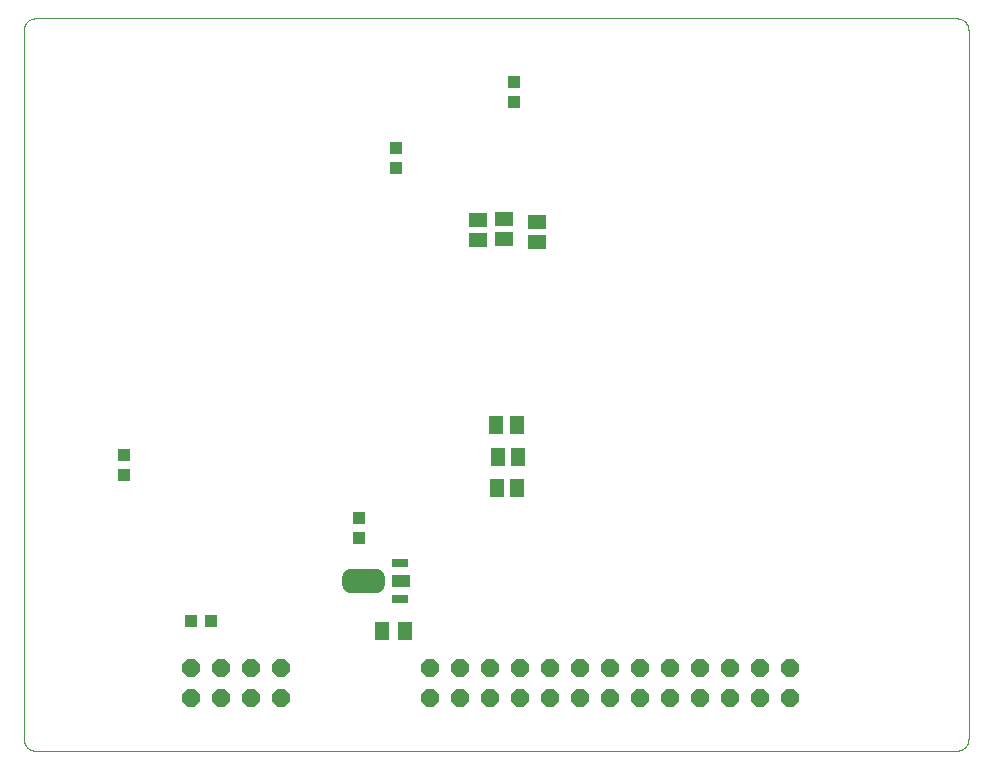
<source format=gbs>
G04 EAGLE Gerber RS-274X export*
G75*
%MOMM*%
%FSLAX34Y34*%
%LPD*%
%INSolder Mask bottom*%
%IPPOS*%
%AMOC8*
5,1,8,0,0,1.08239X$1,22.5*%
G01*
%ADD10C,0.000000*%
%ADD11R,1.000000X1.100000*%
%ADD12R,1.300000X1.500000*%
%ADD13P,1.649562X8X202.500000*%
%ADD14R,1.100000X1.000000*%
%ADD15R,1.400000X0.800000*%
%ADD16C,1.524000*%
%ADD17R,1.600000X1.000000*%
%ADD18R,1.500000X1.300000*%


D10*
X10000Y0D02*
X790000Y0D01*
X790242Y3D01*
X790483Y12D01*
X790724Y26D01*
X790965Y47D01*
X791205Y73D01*
X791445Y105D01*
X791684Y143D01*
X791921Y186D01*
X792158Y236D01*
X792393Y291D01*
X792627Y351D01*
X792859Y418D01*
X793090Y489D01*
X793319Y567D01*
X793546Y650D01*
X793771Y738D01*
X793994Y832D01*
X794214Y931D01*
X794432Y1036D01*
X794647Y1145D01*
X794860Y1260D01*
X795070Y1380D01*
X795276Y1505D01*
X795480Y1635D01*
X795681Y1770D01*
X795878Y1910D01*
X796072Y2054D01*
X796262Y2203D01*
X796448Y2357D01*
X796631Y2515D01*
X796810Y2677D01*
X796985Y2844D01*
X797156Y3015D01*
X797323Y3190D01*
X797485Y3369D01*
X797643Y3552D01*
X797797Y3738D01*
X797946Y3928D01*
X798090Y4122D01*
X798230Y4319D01*
X798365Y4520D01*
X798495Y4724D01*
X798620Y4930D01*
X798740Y5140D01*
X798855Y5353D01*
X798964Y5568D01*
X799069Y5786D01*
X799168Y6006D01*
X799262Y6229D01*
X799350Y6454D01*
X799433Y6681D01*
X799511Y6910D01*
X799582Y7141D01*
X799649Y7373D01*
X799709Y7607D01*
X799764Y7842D01*
X799814Y8079D01*
X799857Y8316D01*
X799895Y8555D01*
X799927Y8795D01*
X799953Y9035D01*
X799974Y9276D01*
X799988Y9517D01*
X799997Y9758D01*
X800000Y10000D01*
X800000Y610000D01*
X799997Y610242D01*
X799988Y610483D01*
X799974Y610724D01*
X799953Y610965D01*
X799927Y611205D01*
X799895Y611445D01*
X799857Y611684D01*
X799814Y611921D01*
X799764Y612158D01*
X799709Y612393D01*
X799649Y612627D01*
X799582Y612859D01*
X799511Y613090D01*
X799433Y613319D01*
X799350Y613546D01*
X799262Y613771D01*
X799168Y613994D01*
X799069Y614214D01*
X798964Y614432D01*
X798855Y614647D01*
X798740Y614860D01*
X798620Y615070D01*
X798495Y615276D01*
X798365Y615480D01*
X798230Y615681D01*
X798090Y615878D01*
X797946Y616072D01*
X797797Y616262D01*
X797643Y616448D01*
X797485Y616631D01*
X797323Y616810D01*
X797156Y616985D01*
X796985Y617156D01*
X796810Y617323D01*
X796631Y617485D01*
X796448Y617643D01*
X796262Y617797D01*
X796072Y617946D01*
X795878Y618090D01*
X795681Y618230D01*
X795480Y618365D01*
X795276Y618495D01*
X795070Y618620D01*
X794860Y618740D01*
X794647Y618855D01*
X794432Y618964D01*
X794214Y619069D01*
X793994Y619168D01*
X793771Y619262D01*
X793546Y619350D01*
X793319Y619433D01*
X793090Y619511D01*
X792859Y619582D01*
X792627Y619649D01*
X792393Y619709D01*
X792158Y619764D01*
X791921Y619814D01*
X791684Y619857D01*
X791445Y619895D01*
X791205Y619927D01*
X790965Y619953D01*
X790724Y619974D01*
X790483Y619988D01*
X790242Y619997D01*
X790000Y620000D01*
X10000Y620000D01*
X9758Y619997D01*
X9517Y619988D01*
X9276Y619974D01*
X9035Y619953D01*
X8795Y619927D01*
X8555Y619895D01*
X8316Y619857D01*
X8079Y619814D01*
X7842Y619764D01*
X7607Y619709D01*
X7373Y619649D01*
X7141Y619582D01*
X6910Y619511D01*
X6681Y619433D01*
X6454Y619350D01*
X6229Y619262D01*
X6006Y619168D01*
X5786Y619069D01*
X5568Y618964D01*
X5353Y618855D01*
X5140Y618740D01*
X4930Y618620D01*
X4724Y618495D01*
X4520Y618365D01*
X4319Y618230D01*
X4122Y618090D01*
X3928Y617946D01*
X3738Y617797D01*
X3552Y617643D01*
X3369Y617485D01*
X3190Y617323D01*
X3015Y617156D01*
X2844Y616985D01*
X2677Y616810D01*
X2515Y616631D01*
X2357Y616448D01*
X2203Y616262D01*
X2054Y616072D01*
X1910Y615878D01*
X1770Y615681D01*
X1635Y615480D01*
X1505Y615276D01*
X1380Y615070D01*
X1260Y614860D01*
X1145Y614647D01*
X1036Y614432D01*
X931Y614214D01*
X832Y613994D01*
X738Y613771D01*
X650Y613546D01*
X567Y613319D01*
X489Y613090D01*
X418Y612859D01*
X351Y612627D01*
X291Y612393D01*
X236Y612158D01*
X186Y611921D01*
X143Y611684D01*
X105Y611445D01*
X73Y611205D01*
X47Y610965D01*
X26Y610724D01*
X12Y610483D01*
X3Y610242D01*
X0Y610000D01*
X0Y10000D01*
X3Y9758D01*
X12Y9517D01*
X26Y9276D01*
X47Y9035D01*
X73Y8795D01*
X105Y8555D01*
X143Y8316D01*
X186Y8079D01*
X236Y7842D01*
X291Y7607D01*
X351Y7373D01*
X418Y7141D01*
X489Y6910D01*
X567Y6681D01*
X650Y6454D01*
X738Y6229D01*
X832Y6006D01*
X931Y5786D01*
X1036Y5568D01*
X1145Y5353D01*
X1260Y5140D01*
X1380Y4930D01*
X1505Y4724D01*
X1635Y4520D01*
X1770Y4319D01*
X1910Y4122D01*
X2054Y3928D01*
X2203Y3738D01*
X2357Y3552D01*
X2515Y3369D01*
X2677Y3190D01*
X2844Y3015D01*
X3015Y2844D01*
X3190Y2677D01*
X3369Y2515D01*
X3552Y2357D01*
X3738Y2203D01*
X3928Y2054D01*
X4122Y1910D01*
X4319Y1770D01*
X4520Y1635D01*
X4724Y1505D01*
X4930Y1380D01*
X5140Y1260D01*
X5353Y1145D01*
X5568Y1036D01*
X5786Y931D01*
X6006Y832D01*
X6229Y738D01*
X6454Y650D01*
X6681Y567D01*
X6910Y489D01*
X7141Y418D01*
X7373Y351D01*
X7607Y291D01*
X7842Y236D01*
X8079Y186D01*
X8316Y143D01*
X8555Y105D01*
X8795Y73D01*
X9035Y47D01*
X9276Y26D01*
X9517Y12D01*
X9758Y3D01*
X10000Y0D01*
D11*
X284060Y180390D03*
X284060Y197390D03*
D12*
X322700Y101500D03*
X303700Y101500D03*
D13*
X217500Y44970D03*
X192100Y44970D03*
X166700Y44970D03*
X141300Y44970D03*
X217500Y70370D03*
X192100Y70370D03*
X166700Y70370D03*
X141300Y70370D03*
X648850Y44810D03*
X623450Y44810D03*
X598050Y44810D03*
X572650Y44810D03*
X547250Y44810D03*
X521850Y44810D03*
X496450Y44810D03*
X471050Y44810D03*
X445650Y44810D03*
X420250Y44810D03*
X394850Y44810D03*
X369450Y44810D03*
X344050Y44810D03*
X648850Y70210D03*
X623450Y70210D03*
X598050Y70210D03*
X572650Y70210D03*
X547250Y70210D03*
X521850Y70210D03*
X496450Y70210D03*
X471050Y70210D03*
X445650Y70210D03*
X420250Y70210D03*
X394850Y70210D03*
X369450Y70210D03*
X344050Y70210D03*
D14*
X415000Y566000D03*
X415000Y549000D03*
X315000Y493200D03*
X315000Y510200D03*
X85000Y250000D03*
X85000Y233000D03*
D15*
X318850Y158640D03*
X318850Y128160D03*
D16*
X277230Y140860D02*
X277230Y145940D01*
X298490Y145940D01*
X298490Y140860D01*
X277230Y140860D01*
D17*
X319600Y143400D03*
D11*
X141500Y110000D03*
X158500Y110000D03*
D18*
X384330Y449630D03*
X384330Y432630D03*
X406420Y450410D03*
X406420Y433410D03*
X434510Y447270D03*
X434510Y430270D03*
D12*
X401090Y222810D03*
X418090Y222810D03*
X401300Y248790D03*
X418300Y248790D03*
X400320Y275460D03*
X417320Y275460D03*
M02*

</source>
